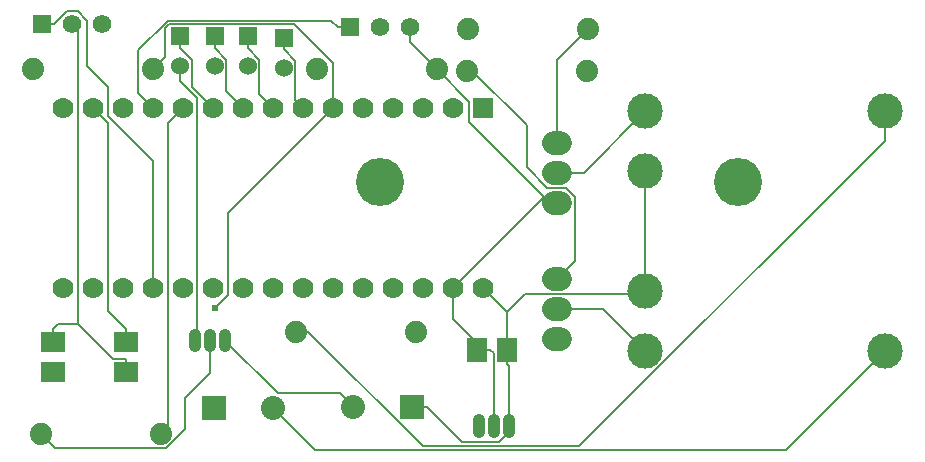
<source format=gbl>
G04 Layer: BottomLayer*
G04 EasyEDA v5.9.42, Mon, 25 Mar 2019 11:55:45 GMT*
G04 b1db4e5ec28044f985901455ebfe0152*
G04 Gerber Generator version 0.2*
G04 Scale: 100 percent, Rotated: No, Reflected: No *
G04 Dimensions in millimeters *
G04 leading zeros omitted , absolute positions ,3 integer and 3 decimal *
%FSLAX33Y33*%
%MOMM*%
G90*
G71D02*

%ADD11C,0.152400*%
%ADD13C,0.609600*%
%ADD14R,1.778000X1.778000*%
%ADD15C,1.778000*%
%ADD16C,1.879600*%
%ADD17R,1.524000X1.524000*%
%ADD18C,1.524000*%
%ADD19C,1.574800*%
%ADD20R,1.574800X1.574800*%
%ADD21R,1.999996X1.799996*%
%ADD22R,2.032000X2.032000*%
%ADD23C,2.032000*%
%ADD24R,1.799996X1.999996*%
%ADD25C,4.064000*%
%ADD26C,0.999998*%
%ADD27C,2.999994*%

%LPD*%
G54D11*
G01X16916Y12499D02*
G01X18034Y13616D01*
G01X18034Y20574D01*
G01X26924Y29464D01*
G01X26924Y29464D02*
G01X26924Y33240D01*
G01X23611Y36553D01*
G01X13042Y36553D01*
G01X12692Y36202D01*
G01X12692Y33774D01*
G01X11684Y32766D01*
G01X22733Y35433D02*
G01X22733Y34439D01*
G01X22733Y34439D02*
G01X23726Y33446D01*
G01X23726Y30121D01*
G01X24384Y29464D01*
G01X19685Y35560D02*
G01X19685Y34566D01*
G01X19685Y34566D02*
G01X20678Y33573D01*
G01X20678Y30629D01*
G01X21844Y29464D01*
G01X16891Y35560D02*
G01X16891Y34566D01*
G01X16891Y34566D02*
G01X17884Y33573D01*
G01X17884Y30883D01*
G01X19304Y29464D01*
G01X13970Y35560D02*
G01X13970Y34566D01*
G01X13970Y34566D02*
G01X14963Y33573D01*
G01X14963Y31264D01*
G01X16764Y29464D01*
G01X12319Y1905D02*
G01X12954Y2540D01*
G01X12954Y28194D01*
G01X14224Y29464D01*
G01X11684Y29464D02*
G01X10426Y30721D01*
G01X10426Y34373D01*
G01X12915Y36860D01*
G01X26763Y36860D01*
G01X27302Y36322D01*
G01X28321Y36322D02*
G01X27302Y36322D01*
G01X9418Y10777D02*
G01X7874Y12319D01*
G01X7874Y28194D01*
G01X6604Y29464D01*
G01X9418Y9646D02*
G01X9418Y10777D01*
G01X53340Y13970D02*
G01X53086Y13716D01*
G01X43167Y13716D01*
G01X41650Y12197D01*
G01X53340Y13970D02*
G01X53340Y24130D01*
G01X41650Y12197D02*
G01X39624Y14224D01*
G01X41650Y8996D02*
G01X41650Y12197D01*
G01X33604Y4191D02*
G01X34851Y4191D01*
G01X34851Y4191D02*
G01X37820Y1221D01*
G01X40987Y1221D01*
G01X41783Y2014D01*
G01X41783Y2540D01*
G01X41650Y8399D02*
G01X41650Y8996D01*
G01X41650Y8399D02*
G01X41650Y7764D01*
G01X41783Y2540D02*
G01X41783Y7632D01*
G01X41650Y7764D01*
G01X44818Y21958D02*
G01X45313Y21463D01*
G01X45847Y21463D01*
G01X35687Y32766D02*
G01X38463Y29989D01*
G01X38463Y28313D01*
G01X44818Y21958D01*
G01X44818Y21958D02*
G01X37084Y14224D01*
G01X15240Y9779D02*
G01X15440Y9979D01*
G01X15440Y30302D01*
G01X13970Y31772D01*
G01X13970Y33020D01*
G01X33401Y36322D02*
G01X33401Y35052D01*
G01X35687Y32766D01*
G01X39674Y8996D02*
G01X37084Y11587D01*
G01X37084Y14224D01*
G01X39674Y8996D02*
G01X40241Y8996D01*
G01X39110Y8996D02*
G01X39674Y8996D01*
G01X40513Y2540D02*
G01X40513Y8724D01*
G01X40241Y8996D01*
G01X2286Y36576D02*
G01X3304Y36576D01*
G01X3304Y36576D02*
G01X4368Y37640D01*
G01X5295Y37640D01*
G01X6096Y36840D01*
G01X6096Y33032D01*
G01X7874Y31254D01*
G01X7874Y28826D01*
G01X11684Y25016D01*
G01X11684Y14224D01*
G01X53340Y29210D02*
G01X48133Y24003D01*
G01X45847Y24003D01*
G01X48514Y36195D02*
G01X45847Y33528D01*
G01X45847Y26543D01*
G01X53340Y8890D02*
G01X49784Y12446D01*
G01X45847Y12446D01*
G01X38227Y32639D02*
G01X38712Y32639D01*
G01X43334Y28013D01*
G01X43334Y24470D01*
G01X45074Y22733D01*
G01X46603Y22733D01*
G01X47388Y21948D01*
G01X47388Y16527D01*
G01X45847Y14986D01*
G01X2159Y1905D02*
G01X3408Y655D01*
G01X12806Y655D01*
G01X14414Y2263D01*
G01X14414Y4945D01*
G01X16510Y7040D01*
G01X16510Y9779D01*
G01X28625Y4191D02*
G01X27505Y5311D01*
G01X22247Y5311D01*
G01X17780Y9779D01*
G01X73660Y29210D02*
G01X73660Y26708D01*
G01X47764Y812D01*
G01X34500Y812D01*
G01X24772Y10541D01*
G01X23749Y10541D01*
G01X9418Y7106D02*
G01X9418Y8237D01*
G01X5334Y11188D02*
G01X5334Y36068D01*
G01X4826Y36576D01*
G01X9418Y8237D02*
G01X8288Y8237D01*
G01X5334Y11188D01*
G01X3195Y10777D02*
G01X3609Y11188D01*
G01X5334Y11188D01*
G01X3195Y9646D02*
G01X3195Y10777D01*
G01X73660Y8890D02*
G01X65275Y505D01*
G01X25351Y505D01*
G01X21793Y4064D01*
G54D27*
G01X73660Y29210D03*
G01X73660Y8890D03*
G01X53340Y24130D03*
G01X53340Y13970D03*
G01X53340Y29210D03*
G01X53340Y8890D03*
G54D14*
G01X39624Y29464D03*
G54D15*
G01X37084Y29464D03*
G01X34544Y29464D03*
G01X32004Y29464D03*
G01X29464Y29464D03*
G01X26924Y29464D03*
G01X24384Y29464D03*
G01X21844Y29464D03*
G01X19304Y29464D03*
G01X16764Y29464D03*
G01X14224Y29464D03*
G01X11684Y29464D03*
G01X9144Y29464D03*
G01X6604Y29464D03*
G01X4064Y29464D03*
G01X39624Y14224D03*
G01X37084Y14224D03*
G01X34544Y14224D03*
G01X32004Y14224D03*
G01X29464Y14224D03*
G01X26924Y14224D03*
G01X24384Y14224D03*
G01X21844Y14224D03*
G01X19304Y14224D03*
G01X16764Y14224D03*
G01X14224Y14224D03*
G01X11684Y14224D03*
G01X9144Y14224D03*
G01X6604Y14224D03*
G01X4064Y14224D03*
G54D16*
G01X2159Y1905D03*
G01X12319Y1905D03*
G01X38354Y36195D03*
G01X48514Y36195D03*
G01X38227Y32639D03*
G01X48387Y32639D03*
G01X23749Y10541D03*
G01X33909Y10541D03*
G01X1524Y32766D03*
G01X11684Y32766D03*
G54D17*
G01X22733Y35433D03*
G54D18*
G01X22733Y32893D03*
G54D17*
G01X19685Y35560D03*
G54D18*
G01X19685Y33020D03*
G54D17*
G01X16891Y35560D03*
G54D18*
G01X16891Y33020D03*
G54D17*
G01X13970Y35560D03*
G54D18*
G01X13970Y33020D03*
G54D19*
G01X7366Y36576D03*
G01X4826Y36576D03*
G54D20*
G01X2286Y36576D03*
G54D19*
G01X33401Y36322D03*
G01X30861Y36322D03*
G54D20*
G01X28321Y36322D03*
G54D21*
G01X9418Y7105D03*
G01X9418Y9645D03*
G54D16*
G01X25527Y32766D03*
G01X35687Y32766D03*
G54D21*
G01X3195Y7105D03*
G01X3195Y9645D03*
G54D22*
G01X16814Y4064D03*
G54D23*
G01X21793Y4064D03*
G54D22*
G01X33604Y4191D03*
G54D23*
G01X28625Y4191D03*
G54D24*
G01X39109Y8996D03*
G01X41649Y8996D03*
G54D25*
G01X30861Y23241D03*
G01X61214Y23241D03*
G54D13*
G01X16916Y12499D03*
G54D23*
G01X46101Y24003D02*
G01X45593Y24003D01*
G01X46101Y21463D02*
G01X45593Y21463D01*
G01X46101Y26543D02*
G01X45593Y26543D01*
G01X46101Y12446D02*
G01X45593Y12446D01*
G01X46101Y9906D02*
G01X45593Y9906D01*
G01X46101Y14986D02*
G01X45593Y14986D01*
G54D26*
G01X15240Y10278D02*
G01X15240Y9279D01*
G01X16510Y10278D02*
G01X16510Y9279D01*
G01X17780Y10278D02*
G01X17780Y9279D01*
G01X39243Y3039D02*
G01X39243Y2040D01*
G01X40513Y3039D02*
G01X40513Y2040D01*
G01X41783Y3039D02*
G01X41783Y2040D01*
M00*
M02*

</source>
